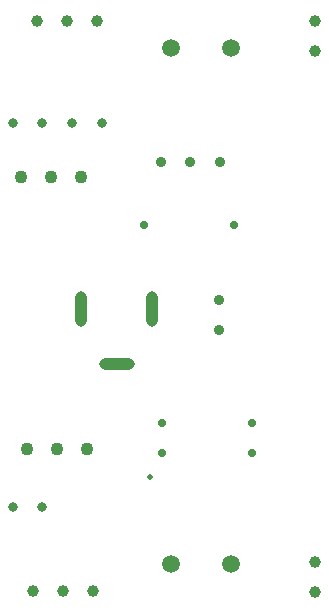
<source format=gbr>
%TF.GenerationSoftware,KiCad,Pcbnew,7.0.5-0*%
%TF.CreationDate,2023-07-08T23:53:34+02:00*%
%TF.ProjectId,Breadboard Power Supply,42726561-6462-46f6-9172-6420506f7765,rev?*%
%TF.SameCoordinates,Original*%
%TF.FileFunction,Plated,1,2,PTH,Mixed*%
%TF.FilePolarity,Positive*%
%FSLAX46Y46*%
G04 Gerber Fmt 4.6, Leading zero omitted, Abs format (unit mm)*
G04 Created by KiCad (PCBNEW 7.0.5-0) date 2023-07-08 23:53:34*
%MOMM*%
%LPD*%
G01*
G04 APERTURE LIST*
%TA.AperFunction,ViaDrill*%
%ADD10C,0.500000*%
%TD*%
%TA.AperFunction,ComponentDrill*%
%ADD11C,0.700000*%
%TD*%
%TA.AperFunction,ComponentDrill*%
%ADD12C,0.800000*%
%TD*%
%TA.AperFunction,ComponentDrill*%
%ADD13C,0.900000*%
%TD*%
%TA.AperFunction,ComponentDrill*%
%ADD14C,1.000000*%
%TD*%
G04 aperture for slot hole*
%TA.AperFunction,ComponentDrill*%
%ADD15O,1.000000X3.000000*%
%TD*%
G04 aperture for slot hole*
%TA.AperFunction,ComponentDrill*%
%ADD16O,3.000000X1.000000*%
%TD*%
%TA.AperFunction,ComponentDrill*%
%ADD17C,1.100000*%
%TD*%
%TA.AperFunction,ComponentDrill*%
%ADD18C,1.520000*%
%TD*%
G04 APERTURE END LIST*
D10*
X133350000Y-111252000D03*
D11*
%TO.C,R1*%
X132842000Y-89916000D03*
%TO.C,R3*%
X134348000Y-106680000D03*
%TO.C,R2*%
X134348000Y-109220000D03*
%TO.C,R1*%
X140462000Y-89916000D03*
%TO.C,R3*%
X141968000Y-106680000D03*
%TO.C,R2*%
X141968000Y-109220000D03*
D12*
%TO.C,C3*%
X121686000Y-81280000D03*
%TO.C,C2*%
X121686000Y-113792000D03*
%TO.C,C3*%
X124186000Y-81280000D03*
%TO.C,C2*%
X124186000Y-113792000D03*
%TO.C,C1*%
X126746000Y-81280000D03*
X129246000Y-81280000D03*
D13*
%TO.C,S1*%
X134248000Y-84582000D03*
X136748000Y-84582000D03*
%TO.C,D1*%
X139192000Y-96271000D03*
X139192000Y-98811000D03*
%TO.C,S1*%
X139248000Y-84582000D03*
D14*
%TO.C,J4*%
X123444000Y-120904000D03*
%TO.C,J6*%
X123713000Y-72644000D03*
%TO.C,J4*%
X125984000Y-120904000D03*
%TO.C,J6*%
X126253000Y-72644000D03*
D15*
%TO.C,J1*%
X127508000Y-97028000D03*
D14*
%TO.C,J4*%
X128524000Y-120904000D03*
%TO.C,J6*%
X128793000Y-72644000D03*
D16*
%TO.C,J1*%
X130508000Y-101728000D03*
D15*
X133508000Y-97028000D03*
D14*
%TO.C,J7*%
X147320000Y-72644000D03*
X147320000Y-75184000D03*
%TO.C,J5*%
X147320000Y-118450000D03*
X147320000Y-120990000D03*
D17*
%TO.C,U2*%
X122428000Y-85923000D03*
%TO.C,U1*%
X122936000Y-108895000D03*
%TO.C,U2*%
X124968000Y-85923000D03*
%TO.C,U1*%
X125476000Y-108895000D03*
%TO.C,U2*%
X127508000Y-85923000D03*
%TO.C,U1*%
X128016000Y-108895000D03*
D18*
%TO.C,J3*%
X135128000Y-74930000D03*
%TO.C,J2*%
X135128000Y-118618000D03*
%TO.C,J3*%
X140208000Y-74930000D03*
%TO.C,J2*%
X140208000Y-118618000D03*
M02*

</source>
